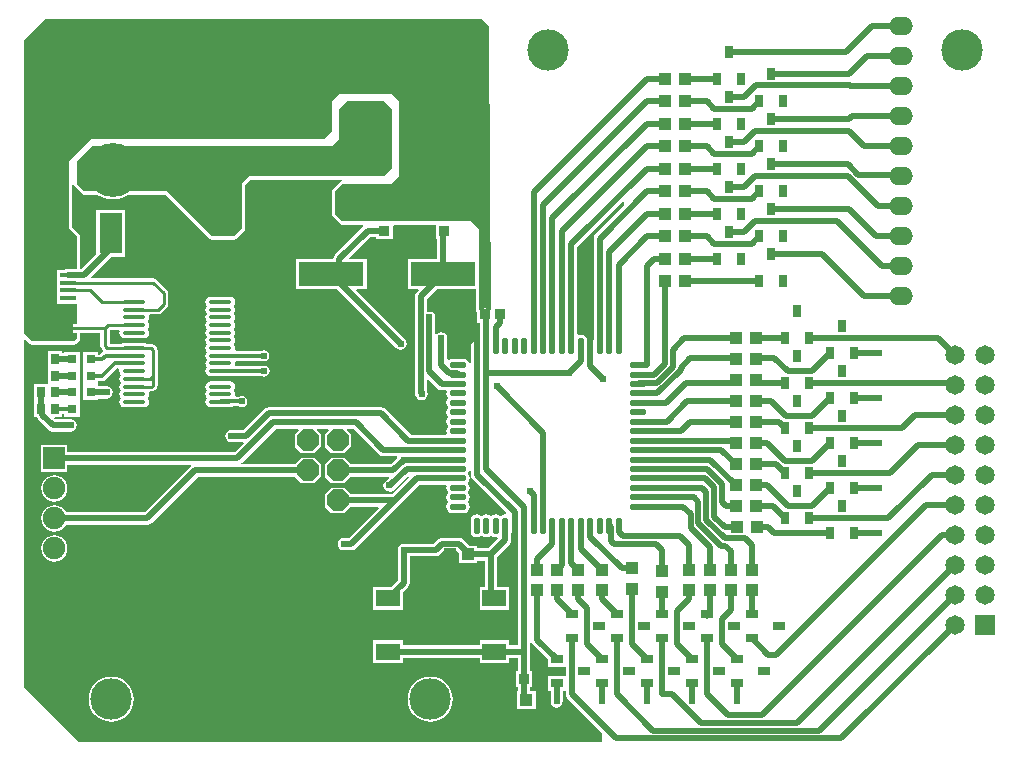
<source format=gtl>
G04 Layer_Physical_Order=1*
G04 Layer_Color=25308*
%FSLAX24Y24*%
%MOIN*%
G70*
G01*
G75*
%ADD10O,0.0787X0.0138*%
%ADD11R,0.0335X0.0354*%
%ADD12R,0.0787X0.0551*%
%ADD13R,0.2165X0.0787*%
%ADD14O,0.0571X0.0217*%
%ADD15O,0.0217X0.0571*%
%ADD16R,0.0276X0.0335*%
%ADD17R,0.0400X0.0315*%
%ADD18R,0.0315X0.0400*%
%ADD19R,0.0400X0.0440*%
%ADD20R,0.0400X0.1201*%
%ADD21R,0.4197X0.3299*%
%ADD22R,0.0315X0.0315*%
%ADD23R,0.0472X0.1378*%
%ADD24R,0.0440X0.0400*%
%ADD25R,0.0354X0.0335*%
%ADD26R,0.0413X0.0394*%
%ADD27R,0.0532X0.0157*%
%ADD28R,0.0551X0.0630*%
%ADD29R,0.0748X0.0748*%
%ADD30R,0.0750X0.1340*%
%ADD31C,0.0200*%
%ADD32C,0.0100*%
%ADD33C,0.0120*%
%ADD34C,0.0750*%
%ADD35R,0.0750X0.0750*%
%ADD36P,0.0801X8X112.5*%
%ADD37C,0.0650*%
%ADD38R,0.0650X0.0650*%
%ADD39O,0.0800X0.0600*%
%ADD40C,0.1800*%
%ADD41C,0.0600*%
%ADD42O,0.0630X0.0500*%
%ADD43C,0.1378*%
%ADD44C,0.0240*%
G36*
X30250Y42646D02*
Y42538D01*
X29288Y41576D01*
X29244Y41510D01*
X29228Y41432D01*
Y38074D01*
X29192Y38047D01*
X29185Y38044D01*
X29178Y38048D01*
X29100Y38063D01*
X29022Y38048D01*
X29008Y38054D01*
X28999Y38101D01*
X28953Y38169D01*
X28884Y38215D01*
X28802Y38232D01*
X28741Y38219D01*
X28691Y38251D01*
Y41153D01*
X30204Y42665D01*
X30250Y42646D01*
D02*
G37*
G36*
X25298Y39060D02*
X25299Y39055D01*
X25299Y39050D01*
X25303Y39035D01*
X25306Y39020D01*
X25309Y39016D01*
X25310Y39012D01*
X25319Y39000D01*
X25327Y38989D01*
Y38623D01*
X25449D01*
Y38069D01*
X25433Y38050D01*
X25411Y38031D01*
X25338Y38046D01*
X25260Y38031D01*
X25194Y37986D01*
X25149Y37920D01*
X25134Y37842D01*
Y37285D01*
X25084Y37280D01*
X25081Y37293D01*
X25035Y37362D01*
X24966Y37408D01*
X24885Y37425D01*
X24531D01*
X24449Y37408D01*
X24404Y37378D01*
X24354Y37405D01*
Y38100D01*
X24338Y38178D01*
X24294Y38244D01*
X24228Y38288D01*
X24150Y38304D01*
X24072Y38288D01*
X24006Y38244D01*
X24004Y38241D01*
X23954Y38257D01*
Y38800D01*
X23938Y38878D01*
X23894Y38944D01*
X23828Y38988D01*
X23750Y39004D01*
X23713Y38996D01*
X23674Y39028D01*
Y39415D01*
X24015Y39756D01*
X25298D01*
Y39060D01*
D02*
G37*
G36*
X25500Y48750D02*
X25750Y48500D01*
Y48250D01*
X25798Y39055D01*
X25748Y39034D01*
X25738Y39044D01*
X25672Y39088D01*
X25594Y39104D01*
X25516Y39088D01*
X25450Y39044D01*
X25400Y39060D01*
Y39756D01*
X25403D01*
Y40744D01*
X25400D01*
Y41750D01*
X25150Y42000D01*
X20850Y42000D01*
X20600Y42250D01*
Y43000D01*
X20850Y43250D01*
X22500D01*
X22750Y43500D01*
Y45500D01*
Y45750D01*
Y46000D01*
X22500Y46250D01*
X20750D01*
X20500Y46000D01*
Y45000D01*
X20250Y44750D01*
X12500D01*
X12250Y44500D01*
X12000Y44250D01*
X11750Y44000D01*
Y41750D01*
X12000Y41500D01*
Y40416D01*
X11702D01*
X11624Y40400D01*
X11609Y40391D01*
X11336D01*
Y40033D01*
Y39777D01*
Y39521D01*
Y39265D01*
X12000D01*
Y38593D01*
X11613D01*
X11554Y38581D01*
X11505Y38548D01*
X11472Y38499D01*
X11460Y38440D01*
X11472Y38382D01*
X11505Y38332D01*
X11554Y38299D01*
X11613Y38287D01*
X12000D01*
Y38100D01*
X11900Y38000D01*
X10500D01*
X10250Y38250D01*
Y44250D01*
X10250Y48034D01*
X10966Y48750D01*
X15750Y48750D01*
X22250D01*
X25500Y48750D01*
D02*
G37*
G36*
X22500Y45750D02*
Y43750D01*
X22250Y43500D01*
X17750D01*
X17500Y43250D01*
Y41750D01*
X17250Y41500D01*
X16500D01*
X15000Y43000D01*
X12250D01*
X12000Y43250D01*
Y44000D01*
X12250Y44250D01*
X12500Y44500D01*
X20500D01*
X20750Y44750D01*
Y45750D01*
X21000Y46000D01*
X22250D01*
X22500Y45750D01*
D02*
G37*
G36*
X20830Y43348D02*
X20811Y43344D01*
X20778Y43322D01*
X20528Y43072D01*
X20506Y43039D01*
X20498Y43000D01*
Y42250D01*
X20506Y42211D01*
X20528Y42178D01*
X20778Y41928D01*
X20811Y41906D01*
X20850Y41898D01*
X21549Y41898D01*
X21565Y41848D01*
X21550Y41838D01*
X20606Y40894D01*
X20562Y40828D01*
X20546Y40750D01*
Y40744D01*
X19297D01*
Y39756D01*
X20685D01*
X22656Y37786D01*
X22722Y37742D01*
X22800Y37726D01*
X22878Y37742D01*
X22944Y37786D01*
X22988Y37852D01*
X23004Y37930D01*
X22988Y38008D01*
X22944Y38074D01*
X21308Y39710D01*
X21327Y39756D01*
X21663D01*
Y40744D01*
X21097D01*
X21078Y40790D01*
X21779Y41490D01*
X21973D01*
Y41427D01*
X22527D01*
Y41863D01*
X22563Y41898D01*
X23973Y41898D01*
Y41427D01*
X24016D01*
Y40744D01*
X23037D01*
Y39756D01*
X23373D01*
X23392Y39710D01*
X23326Y39644D01*
X23282Y39578D01*
X23266Y39500D01*
Y36280D01*
X23282Y36202D01*
X23326Y36136D01*
X23356Y36106D01*
X23422Y36062D01*
X23500Y36046D01*
X23578Y36062D01*
X23644Y36106D01*
X23688Y36172D01*
X23704Y36250D01*
X23688Y36328D01*
X23674Y36350D01*
Y36722D01*
X23720Y36741D01*
X24024Y36438D01*
X24090Y36394D01*
X24168Y36378D01*
X24299D01*
X24330Y36328D01*
X24318Y36267D01*
X24335Y36186D01*
X24381Y36117D01*
Y36103D01*
X24335Y36034D01*
X24318Y35952D01*
X24335Y35871D01*
X24381Y35802D01*
Y35788D01*
X24335Y35719D01*
X24318Y35637D01*
X24335Y35556D01*
X24381Y35487D01*
Y35473D01*
X24335Y35404D01*
X24318Y35322D01*
X24335Y35241D01*
X24381Y35172D01*
Y35158D01*
X24335Y35089D01*
X24318Y35007D01*
X24330Y34946D01*
X24299Y34896D01*
X23142D01*
X22294Y35744D01*
X22228Y35788D01*
X22150Y35804D01*
X18400D01*
X18322Y35788D01*
X18256Y35744D01*
X17566Y35054D01*
X17150D01*
X17072Y35038D01*
X17006Y34994D01*
X16962Y34928D01*
X16946Y34850D01*
X16962Y34772D01*
X17006Y34706D01*
X17072Y34662D01*
X17150Y34646D01*
X17542D01*
X17562Y34600D01*
X17266Y34304D01*
X11685D01*
Y34535D01*
X10815D01*
Y33665D01*
X11685D01*
Y33896D01*
X15793D01*
X15809Y33846D01*
X15806Y33844D01*
X14266Y32304D01*
X11636D01*
X11630Y32319D01*
X11560Y32410D01*
X11469Y32480D01*
X11364Y32524D01*
X11250Y32539D01*
X11136Y32524D01*
X11031Y32480D01*
X10940Y32410D01*
X10870Y32319D01*
X10826Y32214D01*
X10811Y32100D01*
X10826Y31986D01*
X10870Y31881D01*
X10940Y31790D01*
X11031Y31720D01*
X11136Y31676D01*
X11250Y31661D01*
X11364Y31676D01*
X11469Y31720D01*
X11560Y31790D01*
X11630Y31881D01*
X11636Y31896D01*
X14350D01*
X14428Y31912D01*
X14494Y31956D01*
X16034Y33496D01*
X19270D01*
Y33485D01*
X19485Y33270D01*
X19915D01*
X20130Y33485D01*
Y33915D01*
X19915Y34130D01*
X19485D01*
X19270Y33915D01*
Y33904D01*
X17507D01*
X17491Y33954D01*
X17494Y33956D01*
X18634Y35096D01*
X19386D01*
X19405Y35050D01*
X19270Y34915D01*
Y34485D01*
X19485Y34270D01*
X19915D01*
X20130Y34485D01*
Y34915D01*
X19995Y35050D01*
X20014Y35096D01*
X20386D01*
X20405Y35050D01*
X20270Y34915D01*
Y34485D01*
X20485Y34270D01*
X20915D01*
X21130Y34485D01*
Y34915D01*
X20995Y35050D01*
X21014Y35096D01*
X21216D01*
X22078Y34233D01*
X22078Y34233D01*
X22144Y34189D01*
X22222Y34174D01*
X22222Y34174D01*
X22670D01*
X22689Y34127D01*
X22466Y33904D01*
X21130D01*
Y33915D01*
X20915Y34130D01*
X20485D01*
X20270Y33915D01*
Y33485D01*
X20485Y33270D01*
X20915D01*
X21130Y33485D01*
Y33496D01*
X22392D01*
X22411Y33450D01*
X22332Y33370D01*
X22330Y33370D01*
X22270Y33330D01*
X22230Y33270D01*
X22216Y33200D01*
X22230Y33130D01*
X22270Y33070D01*
X22330Y33030D01*
X22350Y33026D01*
X22372Y33012D01*
X22450Y32996D01*
X22528Y33012D01*
X22594Y33056D01*
X23049Y33511D01*
X23052Y33511D01*
X23068Y33456D01*
X22516Y32904D01*
X21130D01*
Y32915D01*
X20915Y33130D01*
X20485D01*
X20270Y32915D01*
Y32485D01*
X20485Y32270D01*
X20915D01*
X21130Y32485D01*
Y32496D01*
X22042D01*
X22062Y32450D01*
X21066Y31454D01*
X20900D01*
X20822Y31438D01*
X20756Y31394D01*
X20712Y31328D01*
X20696Y31250D01*
X20712Y31172D01*
X20756Y31106D01*
X20822Y31062D01*
X20900Y31046D01*
X21150D01*
X21228Y31062D01*
X21294Y31106D01*
X22744Y32556D01*
X23417Y33229D01*
X24299D01*
X24330Y33179D01*
X24318Y33118D01*
X24335Y33036D01*
X24381Y32968D01*
Y32953D01*
X24335Y32884D01*
X24318Y32803D01*
X24335Y32721D01*
X24381Y32653D01*
Y32638D01*
X24335Y32569D01*
X24318Y32488D01*
X24335Y32407D01*
X24381Y32338D01*
X24449Y32292D01*
X24531Y32275D01*
X24885D01*
X24966Y32292D01*
X25035Y32338D01*
X25081Y32407D01*
X25097Y32488D01*
X25081Y32569D01*
X25035Y32638D01*
Y32653D01*
X25081Y32721D01*
X25097Y32803D01*
X25081Y32884D01*
X25035Y32953D01*
Y32968D01*
X25081Y33036D01*
X25097Y33118D01*
X25081Y33199D01*
X25035Y33268D01*
Y33283D01*
X25081Y33351D01*
X25097Y33433D01*
X25081Y33514D01*
X25035Y33583D01*
Y33597D01*
X25081Y33666D01*
X25084Y33680D01*
X25134Y33675D01*
Y33562D01*
X25149Y33484D01*
X25194Y33418D01*
X26321Y32291D01*
X26296Y32245D01*
X26283Y32247D01*
X26201Y32231D01*
X26133Y32185D01*
X26118D01*
X26049Y32231D01*
X25968Y32247D01*
X25886Y32231D01*
X25818Y32185D01*
X25803D01*
X25734Y32231D01*
X25653Y32247D01*
X25571Y32231D01*
X25503Y32185D01*
X25488D01*
X25419Y32231D01*
X25338Y32247D01*
X25257Y32231D01*
X25188Y32185D01*
X25142Y32116D01*
X25125Y32035D01*
Y31681D01*
X25142Y31599D01*
X25188Y31531D01*
X25257Y31485D01*
X25338Y31468D01*
X25419Y31485D01*
X25488Y31531D01*
X25503D01*
X25571Y31485D01*
X25653Y31468D01*
X25734Y31485D01*
X25803Y31531D01*
X25818D01*
X25886Y31485D01*
X25968Y31468D01*
X26020Y31479D01*
X26044Y31433D01*
X25716Y31104D01*
X25352D01*
Y31197D01*
X25076D01*
X24872Y31401D01*
X24806Y31445D01*
X24728Y31461D01*
X24182D01*
X24104Y31445D01*
X24077Y31428D01*
X24038Y31401D01*
X24038Y31401D01*
X23890Y31254D01*
X22900D01*
X22822Y31238D01*
X22756Y31194D01*
X22712Y31128D01*
X22696Y31050D01*
Y30042D01*
X22466Y29811D01*
X21885D01*
Y29060D01*
X22872D01*
Y29641D01*
X23044Y29813D01*
X23088Y29879D01*
X23104Y29957D01*
Y30846D01*
X23975D01*
X24053Y30862D01*
X24119Y30906D01*
X24266Y31053D01*
X24643D01*
X24739Y30958D01*
Y30603D01*
X25352D01*
Y30696D01*
X25596D01*
Y29811D01*
X25428D01*
Y29060D01*
X26415D01*
Y29811D01*
X26004D01*
Y30816D01*
X26427Y31238D01*
X26471Y31305D01*
X26487Y31383D01*
Y31631D01*
X26503Y31650D01*
X26524Y31669D01*
X26598Y31654D01*
X26671Y31669D01*
X26693Y31650D01*
X26709Y31631D01*
Y27867D01*
X26415D01*
Y28040D01*
X25428D01*
Y27868D01*
X22872D01*
Y28040D01*
X21885D01*
Y27289D01*
X22872D01*
Y27460D01*
X25428D01*
Y27289D01*
X26415D01*
Y27459D01*
X26709D01*
Y27027D01*
X26639D01*
Y26473D01*
X26702D01*
Y26350D01*
X26667D01*
Y25750D01*
X27307D01*
Y26350D01*
X27110D01*
Y26473D01*
X27173D01*
Y27027D01*
X27117D01*
Y27663D01*
Y27956D01*
X27136Y27963D01*
X27167Y27965D01*
X27206Y27906D01*
X27700Y27412D01*
Y27143D01*
X28296D01*
Y26857D01*
X27700D01*
Y26343D01*
X27796D01*
Y26000D01*
X27812Y25922D01*
X27856Y25856D01*
X27922Y25812D01*
X28000Y25796D01*
X28078Y25812D01*
X28144Y25856D01*
X28188Y25922D01*
X28204Y26000D01*
Y26343D01*
X28296D01*
Y26250D01*
X28312Y26172D01*
X28356Y26106D01*
X29500Y24962D01*
Y24653D01*
X12063D01*
X10250Y26466D01*
Y38040D01*
X10296Y38060D01*
X10428Y37928D01*
X10461Y37906D01*
X10500Y37898D01*
X11900D01*
X11939Y37906D01*
X11972Y37928D01*
X12072Y38028D01*
X12094Y38061D01*
X12102Y38100D01*
Y38287D01*
X12787D01*
Y37860D01*
X12799Y37801D01*
X12832Y37752D01*
X12874Y37709D01*
X12868Y37645D01*
X12857Y37637D01*
X12782Y37563D01*
X12722D01*
Y37657D01*
X12207D01*
Y37143D01*
X12207D01*
X12207Y37143D01*
Y37107D01*
X12207D01*
X12207Y37107D01*
Y36607D01*
X12207Y36593D01*
Y36575D01*
X12207Y36557D01*
X12207Y36543D01*
Y36043D01*
X12722D01*
Y36096D01*
X13000D01*
X13078Y36112D01*
X13144Y36156D01*
X13188Y36222D01*
X13204Y36300D01*
X13188Y36378D01*
X13144Y36444D01*
X13078Y36488D01*
X13000Y36504D01*
X12758D01*
X12740Y36521D01*
X12722Y36554D01*
Y36557D01*
Y36575D01*
X12722Y36593D01*
X12722Y36607D01*
Y36687D01*
X12850D01*
X12912Y36699D01*
X12965Y36735D01*
X13334Y37103D01*
X13391D01*
X13424Y37053D01*
X13416Y37010D01*
X13429Y36944D01*
X13444Y36921D01*
X13463Y36882D01*
X13444Y36843D01*
X13429Y36820D01*
X13416Y36754D01*
X13429Y36688D01*
X13444Y36666D01*
X13463Y36626D01*
X13444Y36587D01*
X13429Y36564D01*
X13416Y36498D01*
X13429Y36433D01*
X13444Y36410D01*
X13463Y36370D01*
X13444Y36331D01*
X13429Y36308D01*
X13416Y36243D01*
X13429Y36177D01*
X13444Y36154D01*
X13463Y36115D01*
X13444Y36075D01*
X13429Y36053D01*
X13416Y35987D01*
X13429Y35921D01*
X13466Y35865D01*
X13522Y35828D01*
X13588Y35814D01*
X14238D01*
X14304Y35828D01*
X14360Y35865D01*
X14397Y35921D01*
X14410Y35987D01*
X14397Y36053D01*
X14382Y36075D01*
X14363Y36115D01*
X14382Y36154D01*
X14397Y36177D01*
X14410Y36243D01*
X14399Y36295D01*
X14428Y36345D01*
X14498D01*
X14557Y36357D01*
X14607Y36390D01*
X14658Y36442D01*
X14691Y36491D01*
X14703Y36550D01*
Y36850D01*
Y37700D01*
X14691Y37759D01*
X14658Y37808D01*
X14580Y37886D01*
X14531Y37919D01*
X14472Y37931D01*
X14313D01*
X14304Y37937D01*
X14238Y37950D01*
X13588D01*
X13522Y37937D01*
X13513Y37931D01*
X13093D01*
Y38377D01*
X13109Y38393D01*
X13398D01*
X13427Y38343D01*
X13416Y38290D01*
X13429Y38224D01*
X13466Y38168D01*
X13522Y38131D01*
X13588Y38118D01*
X14238D01*
X14304Y38131D01*
X14360Y38168D01*
X14397Y38224D01*
X14410Y38290D01*
X14397Y38356D01*
X14382Y38379D01*
X14363Y38418D01*
X14382Y38457D01*
X14397Y38480D01*
X14410Y38546D01*
X14397Y38612D01*
X14382Y38634D01*
X14363Y38674D01*
X14382Y38713D01*
X14397Y38736D01*
X14410Y38802D01*
X14399Y38855D01*
X14428Y38905D01*
X14707D01*
X14766Y38916D01*
X14816Y38949D01*
X15008Y39142D01*
X15041Y39191D01*
X15043Y39201D01*
X15053Y39250D01*
Y39600D01*
X15041Y39659D01*
X15008Y39708D01*
X14658Y40058D01*
X14609Y40091D01*
X14550Y40103D01*
X14224D01*
X14194Y40109D01*
X12489D01*
X12470Y40155D01*
X13145Y40830D01*
X13607D01*
Y42370D01*
X12657D01*
Y40919D01*
X12154Y40416D01*
X12102D01*
Y41500D01*
X12094Y41539D01*
X12072Y41572D01*
X11852Y41792D01*
Y43225D01*
X11902Y43230D01*
X11906Y43211D01*
X11928Y43178D01*
X12178Y42928D01*
X12211Y42906D01*
X12250Y42898D01*
X12676D01*
X12831Y42815D01*
X13012Y42760D01*
X13200Y42742D01*
X13388Y42760D01*
X13569Y42815D01*
X13724Y42898D01*
X14958D01*
X16428Y41428D01*
X16461Y41406D01*
X16500Y41398D01*
X17250D01*
X17289Y41406D01*
X17322Y41428D01*
X17572Y41678D01*
X17594Y41711D01*
X17602Y41750D01*
Y43208D01*
X17792Y43398D01*
X20825D01*
X20830Y43348D01*
D02*
G37*
%LPC*%
G36*
X11250Y31539D02*
X11136Y31524D01*
X11031Y31480D01*
X10940Y31410D01*
X10870Y31319D01*
X10826Y31214D01*
X10811Y31100D01*
X10826Y30986D01*
X10870Y30881D01*
X10940Y30790D01*
X11031Y30720D01*
X11136Y30676D01*
X11250Y30661D01*
X11364Y30676D01*
X11469Y30720D01*
X11560Y30790D01*
X11630Y30881D01*
X11674Y30986D01*
X11689Y31100D01*
X11674Y31214D01*
X11630Y31319D01*
X11560Y31410D01*
X11469Y31480D01*
X11364Y31524D01*
X11250Y31539D01*
D02*
G37*
G36*
X23780Y26827D02*
X23633Y26813D01*
X23492Y26770D01*
X23361Y26701D01*
X23247Y26607D01*
X23154Y26493D01*
X23084Y26363D01*
X23041Y26222D01*
X23027Y26075D01*
X23041Y25928D01*
X23084Y25787D01*
X23154Y25657D01*
X23247Y25543D01*
X23361Y25449D01*
X23492Y25379D01*
X23633Y25337D01*
X23780Y25322D01*
X23926Y25337D01*
X24068Y25379D01*
X24198Y25449D01*
X24312Y25543D01*
X24405Y25657D01*
X24475Y25787D01*
X24518Y25928D01*
X24532Y26075D01*
X24518Y26222D01*
X24475Y26363D01*
X24405Y26493D01*
X24312Y26607D01*
X24198Y26701D01*
X24068Y26770D01*
X23926Y26813D01*
X23780Y26827D01*
D02*
G37*
G36*
X13150D02*
X13003Y26813D01*
X12862Y26770D01*
X12731Y26701D01*
X12617Y26607D01*
X12524Y26493D01*
X12454Y26363D01*
X12411Y26222D01*
X12397Y26075D01*
X12411Y25928D01*
X12454Y25787D01*
X12524Y25657D01*
X12617Y25543D01*
X12731Y25449D01*
X12862Y25379D01*
X13003Y25337D01*
X13150Y25322D01*
X13296Y25337D01*
X13438Y25379D01*
X13568Y25449D01*
X13682Y25543D01*
X13775Y25657D01*
X13845Y25787D01*
X13888Y25928D01*
X13902Y26075D01*
X13888Y26222D01*
X13845Y26363D01*
X13775Y26493D01*
X13682Y26607D01*
X13568Y26701D01*
X13438Y26770D01*
X13296Y26813D01*
X13150Y26827D01*
D02*
G37*
G36*
X11250Y33539D02*
X11136Y33524D01*
X11031Y33480D01*
X10940Y33410D01*
X10870Y33319D01*
X10826Y33214D01*
X10811Y33100D01*
X10826Y32986D01*
X10870Y32881D01*
X10940Y32790D01*
X11031Y32720D01*
X11136Y32676D01*
X11250Y32661D01*
X11364Y32676D01*
X11469Y32720D01*
X11560Y32790D01*
X11630Y32881D01*
X11674Y32986D01*
X11689Y33100D01*
X11674Y33214D01*
X11630Y33319D01*
X11560Y33410D01*
X11469Y33480D01*
X11364Y33524D01*
X11250Y33539D01*
D02*
G37*
G36*
X17112Y39486D02*
X16462D01*
X16396Y39472D01*
X16340Y39435D01*
X16303Y39379D01*
X16290Y39313D01*
X16303Y39247D01*
X16318Y39225D01*
X16337Y39185D01*
X16318Y39146D01*
X16303Y39123D01*
X16290Y39057D01*
X16303Y38992D01*
X16318Y38969D01*
X16337Y38930D01*
X16318Y38890D01*
X16303Y38867D01*
X16290Y38802D01*
X16303Y38736D01*
X16318Y38713D01*
X16337Y38674D01*
X16318Y38634D01*
X16303Y38612D01*
X16290Y38546D01*
X16303Y38480D01*
X16318Y38457D01*
X16337Y38418D01*
X16318Y38379D01*
X16303Y38356D01*
X16290Y38290D01*
X16303Y38224D01*
X16318Y38201D01*
X16337Y38162D01*
X16318Y38123D01*
X16303Y38100D01*
X16290Y38034D01*
X16303Y37968D01*
X16318Y37945D01*
X16337Y37906D01*
X16318Y37867D01*
X16303Y37844D01*
X16290Y37778D01*
X16303Y37712D01*
X16318Y37689D01*
X16337Y37650D01*
X16318Y37611D01*
X16303Y37588D01*
X16290Y37522D01*
X16303Y37456D01*
X16318Y37433D01*
X16337Y37394D01*
X16318Y37355D01*
X16303Y37332D01*
X16290Y37266D01*
X16303Y37200D01*
X16318Y37177D01*
X16337Y37138D01*
X16318Y37099D01*
X16303Y37076D01*
X16290Y37010D01*
X16303Y36944D01*
X16340Y36888D01*
X16396Y36851D01*
X16462Y36838D01*
X17112D01*
X17157Y36847D01*
X18170D01*
X18180Y36841D01*
X18250Y36827D01*
X18320Y36841D01*
X18380Y36880D01*
X18420Y36940D01*
X18434Y37010D01*
X18420Y37080D01*
X18380Y37140D01*
X18320Y37180D01*
X18250Y37194D01*
X18180Y37180D01*
X18170Y37173D01*
X17309D01*
X17276Y37223D01*
X17284Y37266D01*
X17276Y37309D01*
X17309Y37359D01*
X18148D01*
X18158Y37352D01*
X18228Y37339D01*
X18298Y37352D01*
X18358Y37392D01*
X18398Y37452D01*
X18411Y37522D01*
X18398Y37592D01*
X18358Y37652D01*
X18298Y37692D01*
X18228Y37706D01*
X18158Y37692D01*
X18148Y37685D01*
X17309D01*
X17276Y37735D01*
X17284Y37778D01*
X17271Y37844D01*
X17256Y37867D01*
X17237Y37906D01*
X17256Y37945D01*
X17271Y37968D01*
X17284Y38034D01*
X17271Y38100D01*
X17256Y38123D01*
X17237Y38162D01*
X17256Y38201D01*
X17271Y38224D01*
X17284Y38290D01*
X17271Y38356D01*
X17256Y38379D01*
X17237Y38418D01*
X17256Y38457D01*
X17271Y38480D01*
X17284Y38546D01*
X17271Y38612D01*
X17256Y38634D01*
X17237Y38674D01*
X17256Y38713D01*
X17271Y38736D01*
X17284Y38802D01*
X17271Y38867D01*
X17256Y38890D01*
X17237Y38930D01*
X17256Y38969D01*
X17271Y38992D01*
X17284Y39057D01*
X17271Y39123D01*
X17256Y39146D01*
X17237Y39185D01*
X17256Y39225D01*
X17271Y39247D01*
X17284Y39313D01*
X17271Y39379D01*
X17234Y39435D01*
X17178Y39472D01*
X17112Y39486D01*
D02*
G37*
G36*
Y36671D02*
X16462D01*
X16396Y36658D01*
X16340Y36620D01*
X16303Y36564D01*
X16290Y36498D01*
X16303Y36433D01*
X16318Y36410D01*
X16337Y36370D01*
X16318Y36331D01*
X16303Y36308D01*
X16290Y36243D01*
X16303Y36177D01*
X16318Y36154D01*
X16337Y36115D01*
X16318Y36075D01*
X16303Y36053D01*
X16290Y35987D01*
X16303Y35921D01*
X16340Y35865D01*
X16396Y35828D01*
X16462Y35814D01*
X17112D01*
X17178Y35828D01*
X17192Y35837D01*
X17420D01*
X17430Y35830D01*
X17500Y35816D01*
X17570Y35830D01*
X17630Y35870D01*
X17670Y35930D01*
X17684Y36000D01*
X17670Y36070D01*
X17630Y36130D01*
X17570Y36170D01*
X17500Y36184D01*
X17430Y36170D01*
X17420Y36163D01*
X17317D01*
X17278Y36213D01*
X17284Y36243D01*
X17271Y36308D01*
X17256Y36331D01*
X17237Y36370D01*
X17256Y36410D01*
X17271Y36433D01*
X17284Y36498D01*
X17271Y36564D01*
X17234Y36620D01*
X17178Y36658D01*
X17112Y36671D01*
D02*
G37*
G36*
X11514Y37667D02*
X11039D01*
Y37167D01*
X11039Y37133D01*
Y37125D01*
Y37117D01*
X11039Y37083D01*
Y36617D01*
X11039Y36583D01*
X10995Y36567D01*
X10995Y36567D01*
X10586D01*
Y36033D01*
X10586D01*
Y36017D01*
X10586D01*
Y35483D01*
X10659D01*
X10662Y35472D01*
X10706Y35406D01*
X11056Y35056D01*
X11122Y35012D01*
X11200Y34996D01*
X11800D01*
X11878Y35012D01*
X11944Y35056D01*
X11988Y35122D01*
X12004Y35200D01*
X11988Y35278D01*
X11944Y35344D01*
X11878Y35388D01*
X11800Y35404D01*
X11285D01*
X11256Y35439D01*
X11274Y35483D01*
X11514D01*
Y35587D01*
X11578D01*
Y35493D01*
X12093D01*
Y36007D01*
X12093D01*
X12093Y36007D01*
Y36043D01*
X12093D01*
X12093Y36043D01*
Y36543D01*
X12093Y36557D01*
Y36575D01*
X12093Y36593D01*
X12093Y36607D01*
Y37093D01*
X12093Y37107D01*
Y37125D01*
Y37143D01*
X12093Y37157D01*
Y37657D01*
X11578D01*
Y37604D01*
X11514D01*
Y37667D01*
D02*
G37*
%LPD*%
D10*
X13913Y35987D02*
D03*
Y36243D02*
D03*
Y36498D02*
D03*
Y36754D02*
D03*
Y37010D02*
D03*
Y37266D02*
D03*
Y37522D02*
D03*
Y37778D02*
D03*
Y38034D02*
D03*
Y38290D02*
D03*
Y38546D02*
D03*
Y38802D02*
D03*
Y39057D02*
D03*
Y39313D02*
D03*
X16787D02*
D03*
Y39057D02*
D03*
Y38802D02*
D03*
Y38546D02*
D03*
Y38290D02*
D03*
Y38034D02*
D03*
Y37778D02*
D03*
Y37522D02*
D03*
Y37266D02*
D03*
Y37010D02*
D03*
Y36754D02*
D03*
Y36498D02*
D03*
Y36243D02*
D03*
Y35987D02*
D03*
D11*
X25594Y38900D02*
D03*
X26106D02*
D03*
X26906Y26750D02*
D03*
X26394D02*
D03*
D12*
X25922Y27664D02*
D03*
X22378D02*
D03*
X25922Y29436D02*
D03*
X22378D02*
D03*
D13*
X24220Y40250D02*
D03*
X20480D02*
D03*
D14*
X24708Y37212D02*
D03*
Y36897D02*
D03*
Y36582D02*
D03*
Y36267D02*
D03*
Y35952D02*
D03*
Y35637D02*
D03*
Y35322D02*
D03*
Y35007D02*
D03*
Y34693D02*
D03*
Y34378D02*
D03*
Y34063D02*
D03*
Y33748D02*
D03*
Y33433D02*
D03*
Y33118D02*
D03*
Y32803D02*
D03*
Y32488D02*
D03*
X30692D02*
D03*
Y32803D02*
D03*
Y33118D02*
D03*
Y33433D02*
D03*
Y33748D02*
D03*
Y34063D02*
D03*
Y34378D02*
D03*
Y34693D02*
D03*
Y35007D02*
D03*
Y35322D02*
D03*
Y35637D02*
D03*
Y35952D02*
D03*
Y36267D02*
D03*
Y36582D02*
D03*
Y36897D02*
D03*
Y37212D02*
D03*
D15*
X25338Y31858D02*
D03*
X25653D02*
D03*
X25968D02*
D03*
X26283D02*
D03*
X26598D02*
D03*
X26913D02*
D03*
X27228D02*
D03*
X27543D02*
D03*
X27857D02*
D03*
X28172D02*
D03*
X28487D02*
D03*
X28802D02*
D03*
X29117D02*
D03*
X29432D02*
D03*
X29747D02*
D03*
X30062D02*
D03*
Y37842D02*
D03*
X29747D02*
D03*
X29432D02*
D03*
X29117D02*
D03*
X28802D02*
D03*
X28487D02*
D03*
X28172D02*
D03*
X27857D02*
D03*
X27543D02*
D03*
X27228D02*
D03*
X26913D02*
D03*
X26598D02*
D03*
X26283D02*
D03*
X25968D02*
D03*
X25653D02*
D03*
X25338D02*
D03*
D16*
X10824Y37400D02*
D03*
X11276D02*
D03*
Y36300D02*
D03*
X10824D02*
D03*
X11276Y35750D02*
D03*
X10824D02*
D03*
Y36850D02*
D03*
X11276D02*
D03*
D17*
X31000Y27400D02*
D03*
Y26600D02*
D03*
X31900Y27000D02*
D03*
X34500Y28900D02*
D03*
Y28100D02*
D03*
X35400Y28500D02*
D03*
X30000Y28900D02*
D03*
Y28100D02*
D03*
X30900Y28500D02*
D03*
X34000Y27400D02*
D03*
Y26600D02*
D03*
X34900Y27000D02*
D03*
X29500Y27400D02*
D03*
Y26600D02*
D03*
X30400Y27000D02*
D03*
X33000Y28900D02*
D03*
Y28100D02*
D03*
X33900Y28500D02*
D03*
X28500Y28900D02*
D03*
Y28100D02*
D03*
X29400Y28500D02*
D03*
X32500Y27400D02*
D03*
Y26600D02*
D03*
X33400Y27000D02*
D03*
X28000Y27400D02*
D03*
Y26600D02*
D03*
X28900Y27000D02*
D03*
X31500Y28900D02*
D03*
Y28100D02*
D03*
X32400Y28500D02*
D03*
D18*
X37100Y34600D02*
D03*
X37900D02*
D03*
X37500Y35500D02*
D03*
X35600Y38100D02*
D03*
X36400D02*
D03*
X36000Y39000D02*
D03*
X34750Y43000D02*
D03*
X35550D02*
D03*
X35150Y43900D02*
D03*
X33350Y46750D02*
D03*
X34150D02*
D03*
X33750Y47650D02*
D03*
X35600Y33600D02*
D03*
X36400D02*
D03*
X36000Y34500D02*
D03*
X37100Y37600D02*
D03*
X37900D02*
D03*
X37500Y38500D02*
D03*
X33350Y42250D02*
D03*
X34150D02*
D03*
X33750Y43150D02*
D03*
X34750Y46000D02*
D03*
X35550D02*
D03*
X35150Y46900D02*
D03*
X37100Y33100D02*
D03*
X37900D02*
D03*
X37500Y34000D02*
D03*
X35600Y36600D02*
D03*
X36400D02*
D03*
X36000Y37500D02*
D03*
X34750Y41500D02*
D03*
X35550D02*
D03*
X35150Y42400D02*
D03*
X33350Y45250D02*
D03*
X34150D02*
D03*
X33750Y46150D02*
D03*
X35600Y32100D02*
D03*
X36400D02*
D03*
X36000Y33000D02*
D03*
X37100Y36100D02*
D03*
X37900D02*
D03*
X37500Y37000D02*
D03*
X33350Y40750D02*
D03*
X34150D02*
D03*
X33750Y41650D02*
D03*
X34750Y44500D02*
D03*
X35550D02*
D03*
X35150Y45400D02*
D03*
X37100Y31600D02*
D03*
X37900D02*
D03*
X37500Y32500D02*
D03*
X35600Y35100D02*
D03*
X36400D02*
D03*
X36000Y36000D02*
D03*
X34750Y40000D02*
D03*
X35550D02*
D03*
X35150Y40900D02*
D03*
X33350Y43750D02*
D03*
X34150D02*
D03*
X33750Y44650D02*
D03*
D19*
X30500Y29765D02*
D03*
Y30440D02*
D03*
X34500Y29715D02*
D03*
Y30390D02*
D03*
X29500Y29715D02*
D03*
Y30390D02*
D03*
X33800Y29715D02*
D03*
Y30390D02*
D03*
X28700Y29715D02*
D03*
Y30390D02*
D03*
X33100Y29715D02*
D03*
Y30390D02*
D03*
X28000Y29715D02*
D03*
Y30390D02*
D03*
X32400Y29715D02*
D03*
Y30390D02*
D03*
X27350Y29715D02*
D03*
Y30390D02*
D03*
X31500Y29665D02*
D03*
Y30340D02*
D03*
D20*
X16900Y42200D02*
D03*
X18900D02*
D03*
D21*
X17900Y46651D02*
D03*
D22*
X12465Y36300D02*
D03*
X11835D02*
D03*
X12465Y35750D02*
D03*
X11835D02*
D03*
X11835Y36850D02*
D03*
X12465D02*
D03*
X11835Y37400D02*
D03*
X12465D02*
D03*
D23*
X22050Y45201D02*
D03*
Y47799D02*
D03*
D24*
X32285Y46000D02*
D03*
X31610D02*
D03*
X32285Y46750D02*
D03*
X31610D02*
D03*
X32285Y45250D02*
D03*
X31610D02*
D03*
X32285Y44500D02*
D03*
X31610D02*
D03*
X32285Y43750D02*
D03*
X31610D02*
D03*
X32285Y43000D02*
D03*
X31610D02*
D03*
X32285Y42250D02*
D03*
X31610D02*
D03*
X32285Y41500D02*
D03*
X31610D02*
D03*
X32285Y40750D02*
D03*
X31610D02*
D03*
X32285Y40000D02*
D03*
X31610D02*
D03*
X34635Y38100D02*
D03*
X33960D02*
D03*
X34635Y37400D02*
D03*
X33960D02*
D03*
X34635Y36700D02*
D03*
X33960D02*
D03*
X34635Y36000D02*
D03*
X33960D02*
D03*
X34635Y35300D02*
D03*
X33960D02*
D03*
X34635Y34600D02*
D03*
X33960D02*
D03*
X34635Y33900D02*
D03*
X33960D02*
D03*
X34635Y33200D02*
D03*
X33960D02*
D03*
X34635Y32500D02*
D03*
X33960D02*
D03*
X34685Y31800D02*
D03*
X34010D02*
D03*
X26313Y26050D02*
D03*
X26987D02*
D03*
D25*
X22250Y42206D02*
D03*
Y41694D02*
D03*
X24250Y42206D02*
D03*
Y41694D02*
D03*
D26*
X24455Y30900D02*
D03*
X25045D02*
D03*
D27*
X11702Y39700D02*
D03*
Y39956D02*
D03*
Y39444D02*
D03*
Y39188D02*
D03*
Y40212D02*
D03*
D28*
X11613Y40960D02*
D03*
Y38440D02*
D03*
D29*
X10648Y40172D02*
D03*
Y39228D02*
D03*
D30*
X14670Y41600D02*
D03*
X13132D02*
D03*
D31*
X11702Y40212D02*
X12238D01*
X13132Y41106D01*
X30692Y36897D02*
X31247D01*
X31610Y37260D01*
Y40000D01*
X31250Y40750D02*
X31610D01*
X31000Y40500D02*
X31250Y40750D01*
X30062Y37842D02*
Y40562D01*
X31000Y41500D01*
X31610D01*
X29747Y37842D02*
Y40997D01*
X31000Y42250D01*
X31610D01*
X29432Y37842D02*
Y41432D01*
X31000Y43000D01*
X31610D01*
X28487Y37842D02*
Y41237D01*
X31000Y43750D01*
X31610D01*
X28172Y37842D02*
Y41672D01*
X31000Y44500D01*
X31610D01*
X27857Y37842D02*
Y42107D01*
X31000Y45250D01*
X31610D01*
X27543Y37842D02*
Y42543D01*
X31000Y46000D01*
X31610D01*
X27228Y42978D02*
X31000Y46750D01*
X31610D01*
X32285D02*
X33350D01*
X32285Y46000D02*
X33000D01*
X33250Y45750D01*
X34500D01*
X34750Y46000D01*
X32285Y45250D02*
X33350D01*
X30704Y37200D02*
X31000D01*
X30692Y37212D02*
X30704Y37200D01*
X31000D02*
Y40500D01*
X32285Y44500D02*
X33000D01*
X33250Y44250D01*
X34500D01*
X34750Y44500D01*
X32285Y43750D02*
X33350D01*
X32285Y43000D02*
X33000D01*
X33250Y42750D01*
X34500D01*
X34750Y43000D01*
X32285Y42250D02*
X33350D01*
X32285Y41500D02*
X33000D01*
X33250Y41250D01*
X34500D01*
X34750Y41500D01*
X32285Y40750D02*
X33350D01*
X32285Y40000D02*
X34750D01*
X27228Y37842D02*
Y42978D01*
X30692Y36582D02*
X30739Y36629D01*
X31347D01*
X31870Y37152D01*
Y37720D01*
X32250Y38100D01*
X33960D01*
X30692Y36267D02*
X31353D01*
X32130Y37045D01*
Y37130D01*
X32450Y37450D01*
X33960D01*
X34635Y38100D02*
X35600D01*
X34635Y37450D02*
X35250D01*
X35700Y37000D01*
X36500D01*
X37100Y37600D01*
X30692Y35952D02*
X31652D01*
X32300Y36600D01*
X33960D01*
X34635D02*
X35600D01*
X30692Y35322D02*
X31672D01*
X32350Y36000D01*
X33960D01*
X30692Y35007D02*
X32157D01*
X32450Y35300D01*
X33960D01*
X34635Y36000D02*
X35150D01*
X35650Y35500D01*
X36500D01*
X37100Y36100D01*
X34635Y35300D02*
X35400D01*
X35600Y35100D01*
X30692Y34693D02*
X33867D01*
X33960Y34600D01*
X30692Y34378D02*
X33482D01*
X33960Y33900D01*
X34635Y34600D02*
X35000D01*
X35600Y34000D01*
X36500D01*
X37100Y34600D01*
X30692Y34063D02*
X33097D01*
X33960Y33200D01*
X34635Y33900D02*
X35300D01*
X35600Y33600D01*
X34635Y33200D02*
X35000D01*
X35700Y32500D01*
X36500D01*
X37100Y33100D01*
X34635Y32500D02*
X35200D01*
X35600Y32100D01*
X30692Y33748D02*
X32998D01*
X33500Y33245D01*
Y32650D02*
Y33245D01*
Y32650D02*
X33650Y32500D01*
X33960D01*
X34685Y31800D02*
X35050D01*
X35250Y31600D01*
X37100D01*
X33750Y41650D02*
X34250D01*
X34600Y42000D01*
X33750Y43150D02*
X34250D01*
X34600Y43500D01*
X33750Y44650D02*
X34250D01*
X34600Y45000D01*
X33750Y46150D02*
X34250D01*
X34640Y46540D01*
X35374D01*
X35384Y46550D01*
X37900Y37600D02*
X38750D01*
X37900Y36100D02*
X38750D01*
X37900Y34600D02*
X38750D01*
X37900Y33100D02*
X38750D01*
X37900Y31600D02*
X38750D01*
X30692Y33433D02*
X32945D01*
X33240Y33138D01*
Y32532D02*
Y33138D01*
Y32532D02*
X33250Y32522D01*
Y32150D02*
Y32522D01*
Y32150D02*
X33600Y31800D01*
X34010D01*
X30692Y33118D02*
X32832D01*
X32980Y32970D01*
Y32052D02*
Y32970D01*
Y32052D02*
X33592Y31440D01*
X34260D01*
X34500Y31200D01*
Y30390D02*
Y31200D01*
X30692Y32803D02*
X32567D01*
X32720Y32650D01*
Y31945D02*
Y32650D01*
Y31945D02*
X33485Y31180D01*
X33620D01*
X33800Y31000D01*
Y30390D02*
Y31000D01*
X30692Y32488D02*
X32222D01*
X32460Y32250D01*
Y31790D02*
Y32250D01*
Y31790D02*
X33100Y31150D01*
Y30390D02*
Y31150D01*
X33800Y29050D02*
Y29715D01*
X33500Y28750D02*
X33800Y29050D01*
X33100Y28950D02*
Y29715D01*
X33000Y28850D02*
X33100Y28950D01*
X34500Y28900D02*
Y29715D01*
X33500Y27900D02*
Y28750D01*
Y27900D02*
X34000Y27400D01*
X30062Y31638D02*
Y31858D01*
Y31638D02*
X30200Y31500D01*
X32100D01*
X32400Y31200D01*
Y30390D02*
Y31200D01*
X29747Y31858D02*
X29794Y31811D01*
Y31339D02*
Y31811D01*
Y31339D02*
X29893Y31240D01*
X31310D01*
X31500Y31050D01*
Y30340D02*
Y31050D01*
Y28900D02*
Y29665D01*
X32400Y29400D02*
Y29715D01*
X32000Y29000D02*
X32400Y29400D01*
X32000Y27900D02*
Y29000D01*
Y27900D02*
X32500Y27400D01*
X29117Y31483D02*
Y31858D01*
Y31483D02*
X30160Y30440D01*
X30300D01*
X30500Y27900D02*
Y29765D01*
Y27900D02*
X31000Y27400D01*
X28802Y31088D02*
Y31858D01*
Y31088D02*
X29500Y30390D01*
Y29400D02*
Y29715D01*
Y29400D02*
X30000Y28900D01*
X28487Y30603D02*
Y31858D01*
Y30603D02*
X28700Y30390D01*
X28172Y30562D02*
Y31858D01*
X28000Y30390D02*
X28172Y30562D01*
X27857Y31257D02*
Y31858D01*
X27350Y30750D02*
X27857Y31257D01*
X27350Y30390D02*
Y30750D01*
X28000Y29400D02*
Y29715D01*
Y29400D02*
X28500Y28900D01*
X27350Y28050D02*
Y29715D01*
Y28050D02*
X28000Y27400D01*
X33000Y26250D02*
Y28100D01*
X30000Y26250D02*
Y28100D01*
X28500Y26250D02*
Y28100D01*
X34000Y26000D02*
Y26600D01*
X32500Y26000D02*
Y26600D01*
X31000Y26000D02*
Y26600D01*
X29500Y26000D02*
Y26600D01*
X28000Y26000D02*
Y26600D01*
X34500Y28100D02*
X35050Y27550D01*
X35300D01*
X40300Y32550D01*
X41270D01*
X36400Y32100D02*
X39050D01*
X40500Y33550D01*
X41270D01*
X36400Y33600D02*
X39100D01*
X40050Y34550D01*
X41270D01*
X36400Y35100D02*
X39500D01*
X39950Y35550D01*
X41270D01*
X36400Y36600D02*
X41220D01*
X41270Y36550D01*
X36400Y38100D02*
X40720D01*
X41270Y37550D01*
X33000Y26250D02*
X33700Y25550D01*
X34850D01*
X40850Y31550D01*
X41270D01*
X31854Y26250D02*
X32814Y25290D01*
X36010D01*
X41270Y30550D01*
X31500Y26250D02*
X31854D01*
X31500D02*
Y28100D01*
X30000Y26250D02*
X31220Y25030D01*
X36750D01*
X41270Y29550D01*
X28500Y26250D02*
X29980Y24770D01*
X37490D01*
X41270Y28550D01*
X33750Y47650D02*
X37650D01*
X38500Y48500D01*
X39470D01*
X35150Y46900D02*
X37750D01*
X38350Y47500D01*
X39470D01*
X35384Y46550D02*
X37750D01*
X37800Y46500D01*
X39470D01*
X35150Y45400D02*
X37750D01*
X37850Y45500D01*
X39470D01*
X34600Y45000D02*
X37750D01*
X38250Y44500D01*
X39470D01*
X35150Y43900D02*
X37700D01*
X38050Y43550D01*
X39420D01*
X39470Y43500D01*
X34600D02*
X37700D01*
X38700Y42500D01*
X39470D01*
X35150Y42400D02*
X37750D01*
X38650Y41500D01*
X39470D01*
X34600Y42000D02*
X37350D01*
X38850Y40500D01*
X39470D01*
X35150Y40900D02*
X36850D01*
X38250Y39500D01*
X39470D01*
X26913Y27663D02*
Y31858D01*
X26283Y31383D02*
Y31858D01*
X25800Y30900D02*
X26283Y31383D01*
X25800Y29557D02*
Y30900D01*
Y29557D02*
X25922Y29436D01*
Y27664D02*
X25923Y27663D01*
X26913D01*
X20700Y33700D02*
X22550D01*
X22913Y34063D02*
X24708D01*
X20700Y32700D02*
X22600D01*
X23333Y33433D01*
X24708D01*
X22998Y33748D02*
X24708D01*
X22450Y33200D02*
X22998Y33748D01*
X22900Y29957D02*
Y31050D01*
X22378Y29436D02*
X22900Y29957D01*
X15950Y33700D02*
X19700D01*
X14350Y32100D02*
X15950Y33700D01*
X11250Y32100D02*
X14350D01*
X21150Y31250D02*
X22600Y32700D01*
X20900Y31250D02*
X21150D01*
X22550Y33700D02*
X22900Y34050D01*
X22913Y34063D01*
X22222Y34378D02*
X24708D01*
X21300Y35300D02*
X22222Y34378D01*
X18550Y35300D02*
X21300D01*
X17350Y34100D02*
X18550Y35300D01*
X11250Y34100D02*
X17350D01*
X24661Y36944D02*
X24708Y36897D01*
X24420Y36944D02*
X24661D01*
X24150Y37214D02*
X24420Y36944D01*
X24150Y37214D02*
Y38100D01*
X24168Y36582D02*
X24708D01*
X23750Y37000D02*
X24168Y36582D01*
X23750Y37000D02*
Y38800D01*
X25968Y37842D02*
Y38468D01*
X26106Y38606D01*
Y38900D01*
X25338Y33562D02*
Y37842D01*
Y33562D02*
X26598Y32302D01*
Y31858D02*
Y32302D01*
X26913Y31858D02*
Y32487D01*
X25653Y33747D02*
X26913Y32487D01*
X25653Y36950D02*
X28400D01*
X28802Y37352D01*
Y37842D01*
X25653Y33747D02*
Y36950D01*
Y37842D01*
X26913Y26757D02*
Y27663D01*
X26906Y26750D02*
X26913Y26757D01*
X26906Y26131D02*
Y26750D01*
Y26131D02*
X26987Y26050D01*
X11276Y37400D02*
X11835D01*
X11276Y36850D02*
X11835D01*
X23057Y34693D02*
X24708D01*
X18400Y35600D02*
X22150D01*
X23057Y34693D01*
X11276Y36300D02*
X11835D01*
X10824Y35750D02*
Y36300D01*
Y35750D02*
X10850Y35724D01*
Y35550D02*
Y35724D01*
Y35550D02*
X11200Y35200D01*
X11800D01*
X17650Y34850D02*
X18400Y35600D01*
X17150Y34850D02*
X17650D01*
X12465Y36300D02*
X13000D01*
X25045Y30900D02*
X25800D01*
X28700Y29400D02*
Y29715D01*
Y29400D02*
X29000Y29100D01*
Y27900D02*
Y29100D01*
Y27900D02*
X29500Y27400D01*
X22378Y27664D02*
X25922D01*
X22900Y31050D02*
X23975D01*
X24182Y31257D01*
X24728D01*
X25045Y30939D01*
Y30900D02*
Y30939D01*
X29117Y37183D02*
Y37842D01*
Y37183D02*
X29550Y36750D01*
X29100Y37859D02*
X29117Y37842D01*
X26000Y36500D02*
X27543Y34957D01*
Y31858D02*
Y34957D01*
X27100Y33000D02*
X27228Y32872D01*
Y31858D02*
Y32872D01*
X20480Y40250D02*
X20750Y40520D01*
Y40750D01*
X21694Y41694D01*
X22250D01*
X20480Y40250D02*
X22800Y37930D01*
X23470Y36280D02*
X23500Y36250D01*
X23470Y36280D02*
Y39500D01*
X24220Y40250D01*
Y41664D01*
X24250Y41694D01*
X25594Y38900D02*
X25653Y38841D01*
Y37842D02*
Y38841D01*
D32*
X13132Y41106D02*
Y41600D01*
X11702Y39700D02*
X12450D01*
X12837Y39313D01*
X13913D01*
X11702Y39956D02*
X14194D01*
X14200Y39950D01*
X14550D01*
X14900Y39600D01*
Y39250D02*
Y39600D01*
X14707Y39057D02*
X14900Y39250D01*
X13913Y39057D02*
X14707D01*
X11613Y38440D02*
X12940D01*
X13046Y38546D01*
X13913D01*
X12940Y37860D02*
Y38440D01*
Y37860D02*
X13022Y37778D01*
X13913D01*
Y36754D02*
X14454D01*
X14550Y36850D01*
Y37700D01*
X14472Y37778D02*
X14550Y37700D01*
X13913Y37778D02*
X14472D01*
X14550Y36550D02*
Y36850D01*
X14498Y36498D02*
X14550Y36550D01*
X13913Y36498D02*
X14498D01*
D33*
X16787Y37010D02*
X18250D01*
X16787Y37522D02*
X18228D01*
X12972D02*
X13913D01*
X12850Y37400D02*
X12972Y37522D01*
X12465Y37400D02*
X12850D01*
X13266Y37266D02*
X13913D01*
X12850Y36850D02*
X13266Y37266D01*
X12465Y36850D02*
X12850D01*
X11276Y35750D02*
X11835D01*
X16787Y35987D02*
X16800Y36000D01*
X17500D01*
D34*
X11250Y31100D02*
D03*
Y32100D02*
D03*
Y33100D02*
D03*
D35*
Y34100D02*
D03*
D36*
X19700Y34700D02*
D03*
X20700D02*
D03*
X19700Y33700D02*
D03*
X20700D02*
D03*
X19700Y32700D02*
D03*
X20700D02*
D03*
D37*
X42270Y36550D02*
D03*
X41270D02*
D03*
Y37550D02*
D03*
X42270D02*
D03*
Y35550D02*
D03*
X41270D02*
D03*
Y34550D02*
D03*
X42270D02*
D03*
X41270Y33550D02*
D03*
Y32550D02*
D03*
Y31550D02*
D03*
Y30550D02*
D03*
Y29550D02*
D03*
Y28550D02*
D03*
X42270Y33550D02*
D03*
Y32550D02*
D03*
Y31550D02*
D03*
Y30550D02*
D03*
Y29550D02*
D03*
D38*
Y28550D02*
D03*
D39*
X39470Y40500D02*
D03*
Y39500D02*
D03*
Y41500D02*
D03*
Y42500D02*
D03*
Y43500D02*
D03*
Y45500D02*
D03*
Y44500D02*
D03*
Y46500D02*
D03*
Y47500D02*
D03*
Y48500D02*
D03*
D40*
X11271Y44868D02*
D03*
X13200Y43706D02*
D03*
Y46069D02*
D03*
D41*
X24000Y31800D02*
D03*
D42*
X10648Y40999D02*
D03*
Y38401D02*
D03*
D43*
X13150Y26075D02*
D03*
X23780D02*
D03*
X27717Y47728D02*
D03*
X41496D02*
D03*
D44*
X34150Y40750D02*
D03*
X35550Y41500D02*
D03*
X34150Y42250D02*
D03*
X35550Y43000D02*
D03*
Y44500D02*
D03*
X34150Y43750D02*
D03*
Y45250D02*
D03*
X35550Y46000D02*
D03*
X34150Y46750D02*
D03*
X35550Y40000D02*
D03*
X36000Y39000D02*
D03*
X37500Y38500D02*
D03*
X36000Y37500D02*
D03*
X37500Y37000D02*
D03*
X36000Y36000D02*
D03*
X37500Y35500D02*
D03*
X36000Y34500D02*
D03*
Y33000D02*
D03*
X37500Y34000D02*
D03*
Y32500D02*
D03*
X38750Y31600D02*
D03*
Y33100D02*
D03*
Y34600D02*
D03*
Y36100D02*
D03*
Y37600D02*
D03*
X33900Y28500D02*
D03*
X35400D02*
D03*
X34900Y27000D02*
D03*
X33400D02*
D03*
X32400Y28500D02*
D03*
X31900Y27000D02*
D03*
X30900Y28500D02*
D03*
X30400Y27000D02*
D03*
X29400Y28500D02*
D03*
X28900Y27000D02*
D03*
X34000Y26000D02*
D03*
X32500D02*
D03*
X28000D02*
D03*
X29500D02*
D03*
X31000D02*
D03*
X26000Y36500D02*
D03*
X26913Y27663D02*
D03*
X22800Y37930D02*
D03*
X22400Y33200D02*
D03*
X22900Y31050D02*
D03*
X20900Y31250D02*
D03*
X22900Y34050D02*
D03*
X18250Y37010D02*
D03*
X23750Y38800D02*
D03*
X24150Y38100D02*
D03*
X28400Y36950D02*
D03*
X18228Y37522D02*
D03*
X11800Y35200D02*
D03*
X17500Y36000D02*
D03*
X17150Y34850D02*
D03*
X13000Y36300D02*
D03*
X29550Y36750D02*
D03*
X27100Y33000D02*
D03*
X23500Y36250D02*
D03*
M02*

</source>
